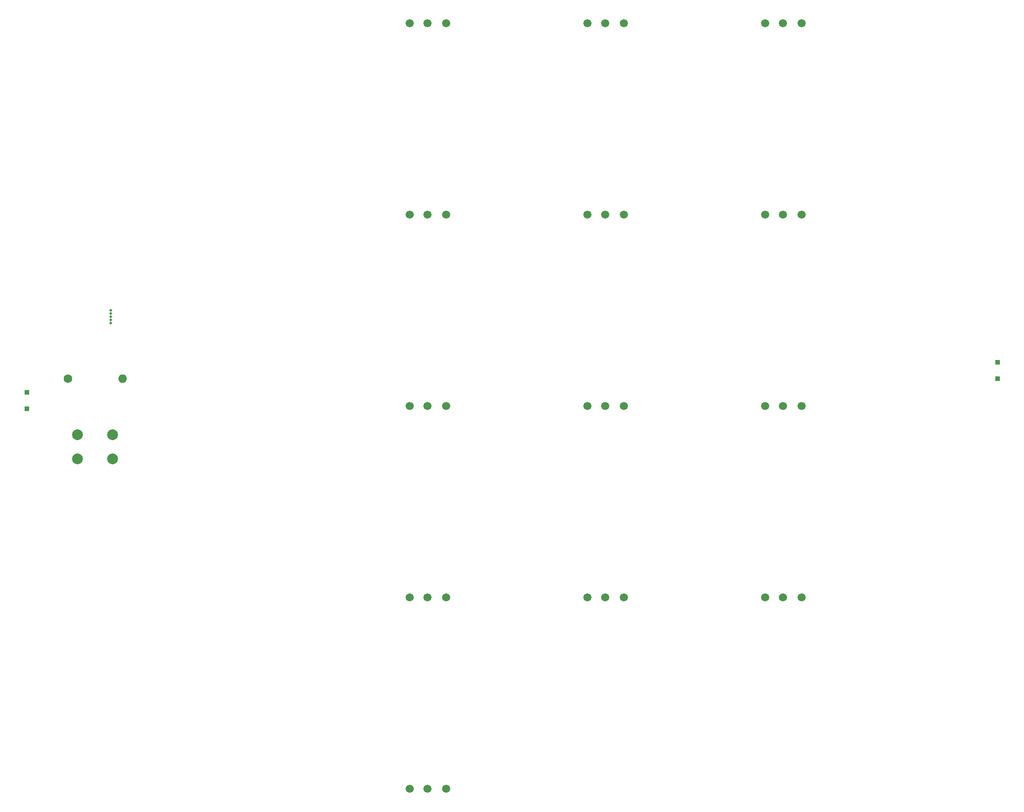
<source format=gbr>
%TF.GenerationSoftware,KiCad,Pcbnew,7.0.7-7.0.7~ubuntu20.04.1*%
%TF.CreationDate,2023-12-04T12:54:59-03:00*%
%TF.ProjectId,EA075,45413037-352e-46b6-9963-61645f706362,rev?*%
%TF.SameCoordinates,Original*%
%TF.FileFunction,Soldermask,Bot*%
%TF.FilePolarity,Negative*%
%FSLAX46Y46*%
G04 Gerber Fmt 4.6, Leading zero omitted, Abs format (unit mm)*
G04 Created by KiCad (PCBNEW 7.0.7-7.0.7~ubuntu20.04.1) date 2023-12-04 12:54:59*
%MOMM*%
%LPD*%
G01*
G04 APERTURE LIST*
%ADD10C,0.500000*%
%ADD11R,0.850000X0.850000*%
%ADD12C,1.500000*%
%ADD13C,2.000000*%
%ADD14O,1.600000X1.600000*%
%ADD15C,1.600000*%
G04 APERTURE END LIST*
D10*
%TO.C,U2*%
X72660000Y-97120000D03*
X72660000Y-98320000D03*
X72660000Y-96520000D03*
X72660000Y-98920000D03*
X72660000Y-97720000D03*
%TD*%
D11*
%TO.C,J4*%
X57010000Y-114810000D03*
%TD*%
%TO.C,J3*%
X57010000Y-111760000D03*
%TD*%
D12*
%TO.C,M13*%
X134920000Y-185420000D03*
X131470000Y-185420000D03*
X128130000Y-185420000D03*
%TD*%
%TO.C,M11*%
X167940000Y-149860000D03*
X164490000Y-149860000D03*
X161150000Y-149860000D03*
%TD*%
%TO.C,M1*%
X134920000Y-43180000D03*
X131470000Y-43180000D03*
X128130000Y-43180000D03*
%TD*%
%TO.C,M10*%
X134920000Y-149860000D03*
X131470000Y-149860000D03*
X128130000Y-149860000D03*
%TD*%
%TO.C,M2*%
X167940000Y-43180000D03*
X164490000Y-43180000D03*
X161150000Y-43180000D03*
%TD*%
D11*
%TO.C,J1*%
X237350000Y-106170000D03*
%TD*%
D12*
%TO.C,M12*%
X200960000Y-149860000D03*
X197510000Y-149860000D03*
X194170000Y-149860000D03*
%TD*%
D13*
%TO.C,SW2*%
X72960000Y-124170000D03*
X66460000Y-124170000D03*
X72960000Y-119670000D03*
X66460000Y-119670000D03*
%TD*%
D12*
%TO.C,M5*%
X167940000Y-78740000D03*
X164490000Y-78740000D03*
X161150000Y-78740000D03*
%TD*%
%TO.C,M4*%
X134920000Y-78740000D03*
X131470000Y-78740000D03*
X128130000Y-78740000D03*
%TD*%
D14*
%TO.C,R1*%
X74790000Y-109220000D03*
D15*
X64630000Y-109220000D03*
%TD*%
D12*
%TO.C,M3*%
X200960000Y-43180000D03*
X197510000Y-43180000D03*
X194170000Y-43180000D03*
%TD*%
%TO.C,M6*%
X200960000Y-78740000D03*
X197510000Y-78740000D03*
X194170000Y-78740000D03*
%TD*%
%TO.C,M9*%
X200960000Y-114300000D03*
X197510000Y-114300000D03*
X194170000Y-114300000D03*
%TD*%
%TO.C,M7*%
X134920000Y-114300000D03*
X131470000Y-114300000D03*
X128130000Y-114300000D03*
%TD*%
%TO.C,M8*%
X167940000Y-114300000D03*
X164490000Y-114300000D03*
X161150000Y-114300000D03*
%TD*%
D11*
%TO.C,J2*%
X237350000Y-109220000D03*
%TD*%
M02*

</source>
